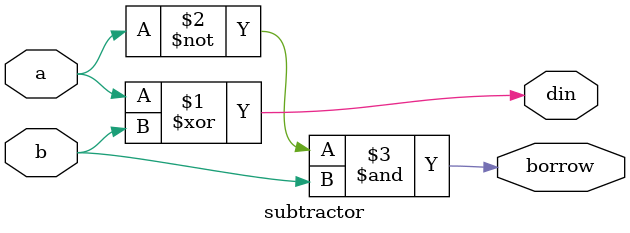
<source format=v>
module subtractor(a,b,din,borrow);
input a,b;
output din,borrow;
assign din=a^b;
assign borrow=~a&b;
endmodule 

</source>
